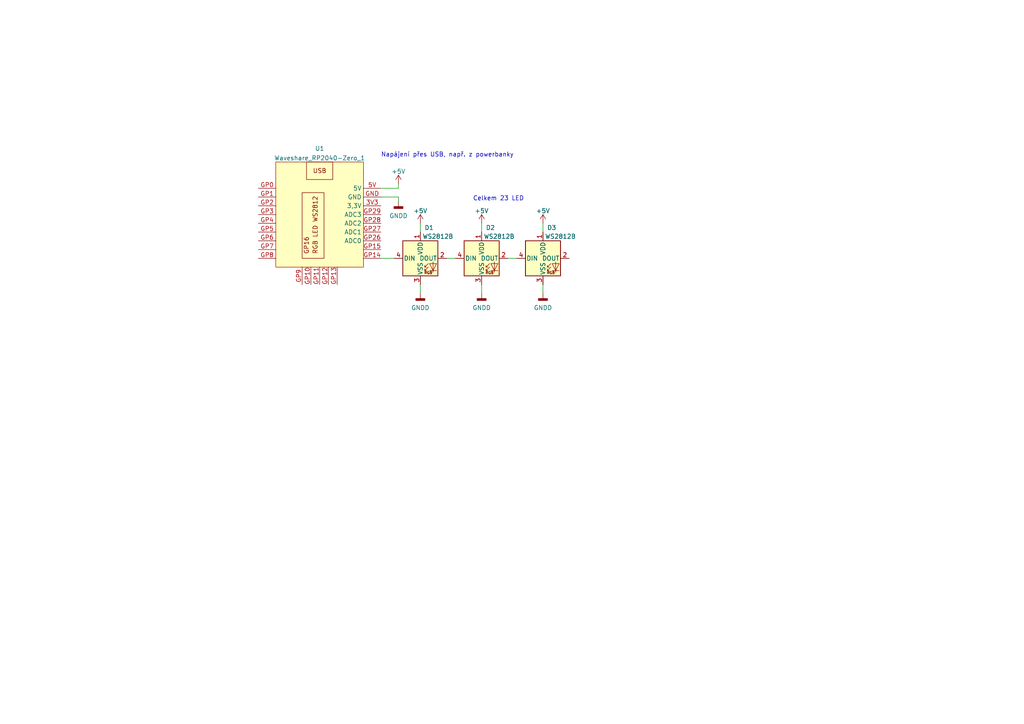
<source format=kicad_sch>
(kicad_sch (version 20211123) (generator eeschema)
  (paper "A4")
  (lib_symbols
    (symbol "LED:WS2812B" (pin_names (offset 0.254))
      (property "Reference" "D" (at 5.08 5.715 0))
      (property "Value" "WS2812B" (at 1.27 -5.715 0))
      (symbol "WS2812B_0_0"
        (text "RGB" (at 2.286 -4.191 0) (effects (font (size 0.762 0.762))))
      )
      (symbol "WS2812B_0_1"
        (polyline (pts (xy 1.27 -3.556) (xy 1.778 -3.556)))
        (polyline (pts (xy 1.27 -2.54) (xy 1.778 -2.54)))
        (polyline (pts (xy 4.699 -3.556) (xy 2.667 -3.556)))
        (polyline (pts (xy 2.286 -2.54) (xy 1.27 -3.556) (xy 1.27 -3.048)))
        (polyline (pts (xy 2.286 -1.524) (xy 1.27 -2.54) (xy 1.27 -2.032)))
        (polyline (pts (xy 3.683 -1.016) (xy 3.683 -3.556) (xy 3.683 -4.064)))
        (polyline (pts (xy 4.699 -1.524) (xy 2.667 -1.524) (xy 3.683 -3.556) (xy 4.699 -1.524)))
        (rectangle (start 5.08 5.08) (end -5.08 -5.08) (stroke (width 0.254)) (fill (type background)))
      )
      (symbol "WS2812B_1_1"
        (pin power_in line (at 0 7.62 270) (length 2.54) (name "VDD") (number "1"))
        (pin output line (at 7.62 0 180) (length 2.54) (name "DOUT") (number "2"))
        (pin power_in line (at 0 -7.62 90) (length 2.54) (name "VSS") (number "3"))
        (pin input line (at -7.62 0 0) (length 2.54) (name "DIN") (number "4"))
      )
    )
    (symbol "SPS_elit:Waveshare_RP2040-Zero_1"
      (property "Reference" "U" (at 0 8.89 0))
      (property "Value" "Waveshare_RP2040-Zero_1" (at 0 6.35 0))
      (symbol "Waveshare_RP2040-Zero_1_0_0"
        (rectangle (start -12.7 5.08) (end 12.7 -25.4) (stroke (width 0.1524)) (fill (type background)))
        (rectangle (start 5.08 -22.86) (end -1.27 -3.81) (stroke (width 0.1524)))
        (text "GP16" (at 3.81 -19.05 900) (effects (font (size 1.27 1.27))))
        (text "RGB LED WS2812" (at 1.27 -21.59 900) (effects (font (size 1.27 1.27)) (justify left)))
        (text "USB" (at 0 2.54 0) (effects (font (size 1.27 1.27))))
      )
      (symbol "Waveshare_RP2040-Zero_1_0_1"
        (rectangle (start -3.81 5.08) (end 3.81 0) (stroke (width 0.1524)))
      )
      (symbol "Waveshare_RP2040-Zero_1_1_1"
        (pin passive line (at -17.78 -7.62 0) (length 5.08) (name "3,3V") (number "3V3"))
        (pin passive line (at -17.78 -2.54 0) (length 5.08) (name "5V") (number "5V"))
        (pin passive line (at -17.78 -5.08 0) (length 5.08) (name "GND") (number "GND"))
        (pin passive line (at 17.78 -2.54 180) (length 5.08) (name "") (number "GP0"))
        (pin passive line (at 17.78 -5.08 180) (length 5.08) (name "") (number "GP1"))
        (pin passive line (at 2.54 -30.48 90) (length 5.08) (name "") (number "GP10"))
        (pin passive line (at 0 -30.48 90) (length 5.08) (name "") (number "GP11"))
        (pin passive line (at -2.54 -30.48 90) (length 5.08) (name "") (number "GP12"))
        (pin passive line (at -5.08 -30.48 90) (length 5.08) (name "") (number "GP13"))
        (pin passive line (at -17.78 -22.86 0) (length 5.08) (name "") (number "GP14"))
        (pin passive line (at -17.78 -20.32 0) (length 5.08) (name "") (number "GP15"))
        (pin passive line (at 17.78 -7.62 180) (length 5.08) (name "") (number "GP2"))
        (pin passive line (at -17.78 -17.78 0) (length 5.08) (name "ADC0") (number "GP26"))
        (pin passive line (at -17.78 -15.24 0) (length 5.08) (name "ADC1") (number "GP27"))
        (pin passive line (at -17.78 -12.7 0) (length 5.08) (name "ADC2") (number "GP28"))
        (pin passive line (at -17.78 -10.16 0) (length 5.08) (name "ADC3") (number "GP29"))
        (pin passive line (at 17.78 -10.16 180) (length 5.08) (name "") (number "GP3"))
        (pin passive line (at 17.78 -12.7 180) (length 5.08) (name "") (number "GP4"))
        (pin passive line (at 17.78 -15.24 180) (length 5.08) (name "") (number "GP5"))
        (pin passive line (at 17.78 -17.78 180) (length 5.08) (name "") (number "GP6"))
        (pin passive line (at 17.78 -20.32 180) (length 5.08) (name "") (number "GP7"))
        (pin passive line (at 17.78 -22.86 180) (length 5.08) (name "") (number "GP8"))
        (pin passive line (at 5.08 -30.48 90) (length 5.08) (name "") (number "GP9"))
      )
    )
    (symbol "power:+5V" (power) (pin_names (offset 0))
      (property "Value" "+5V" (at 0 3.556 0))
      (symbol "+5V_0_1"
        (polyline (pts (xy -0.762 1.27) (xy 0 2.54)))
        (polyline (pts (xy 0 0) (xy 0 2.54)))
        (polyline (pts (xy 0 2.54) (xy 0.762 1.27)))
      )
      (symbol "+5V_1_1"
        (pin power_in line (at 0 0 90) (length 0) hide (name "+5V") (number "1"))
      )
    )
    (symbol "power:GNDD" (power) (pin_names (offset 0))
      (property "Value" "GNDD" (at 0 -3.175 0))
      (symbol "GNDD_0_1"
        (rectangle (start -1.27 -1.524) (end 1.27 -2.032) (stroke (width 0.254)) (fill (type outline)))
        (polyline (pts (xy 0 0) (xy 0 -1.524)))
      )
      (symbol "GNDD_1_1"
        (pin power_in line (at 0 0 270) (length 0) hide (name "GNDD") (number "1"))
      )
    )
  )
  (wire (pts (xy 115.57 54.61) (xy 115.57 53.34)))
  (wire (pts (xy 157.48 82.55) (xy 157.48 85.09)))
  (wire (pts (xy 115.57 58.42) (xy 115.57 57.15)))
  (wire (pts (xy 110.49 57.15) (xy 115.57 57.15)))
  (wire (pts (xy 110.49 74.93) (xy 114.3 74.93)))
  (wire (pts (xy 121.92 64.77) (xy 121.92 67.31)))
  (wire (pts (xy 110.49 54.61) (xy 115.57 54.61)))
  (wire (pts (xy 157.48 64.77) (xy 157.48 67.31)))
  (wire (pts (xy 129.54 74.93) (xy 132.08 74.93)))
  (wire (pts (xy 121.92 82.55) (xy 121.92 85.09)))
  (wire (pts (xy 139.7 82.55) (xy 139.7 85.09)))
  (wire (pts (xy 147.32 74.93) (xy 149.86 74.93)))
  (wire (pts (xy 139.7 64.77) (xy 139.7 67.31)))
  (text "Napájení přes USB, např. z powerbanky" (at 110.49 45.72 0) (effects (font (size 1.27 1.27)) (justify left bottom)))
  (text "Celkem 23 LED" (at 137.16 58.42 0) (effects (font (size 1.27 1.27)) (justify left bottom)))
  (symbol (lib_id "power:+5V") (at 139.7 64.77 0) (unit 1)
    (property "Reference" "#PWR0101" (effects hide))
    (property "Value" "+5V" (at 139.7 61.1655 0))
  )
  (symbol (lib_id "power:+5V") (at 157.48 64.77 0) (unit 1)
    (property "Reference" "#PWR0102" (effects hide))
    (property "Value" "+5V" (at 157.48 61.1655 0))
  )
  (symbol (lib_id "LED:WS2812B") (at 157.48 74.93 0) (unit 1)
    (property "Reference" "D3" (at 160.02 66.04 0))
    (property "Value" "WS2812B" (at 162.56 68.58 0))
    (property "Footprint" "LED_SMD:LED_WS2812B_PLCC4_5.0x5.0mm_P3.2mm" (effects hide))
    (property "Datasheet" "https://cdn-shop.adafruit.com/datasheets/WS2812B.pdf" (effects hide))
  )
  (symbol (lib_id "power:GNDD") (at 157.48 85.09 0) (unit 1)
    (property "Reference" "#PWR0105" (effects hide))
    (property "Value" "GNDD" (at 157.48 89.2715 0))
  )
  (symbol (lib_id "power:GNDD") (at 121.92 85.09 0) (unit 1)
    (property "Reference" "#PWR0103" (effects hide))
    (property "Value" "GNDD" (at 121.92 89.2715 0))
  )
  (symbol (lib_id "power:GNDD") (at 139.7 85.09 0) (unit 1)
    (property "Reference" "#PWR0104" (effects hide))
    (property "Value" "GNDD" (at 139.7 89.2715 0))
  )
  (symbol (lib_id "power:+5V") (at 115.57 53.34 0) (unit 1)
    (property "Reference" "#PWR0107" (effects hide))
    (property "Value" "+5V" (at 115.57 49.7355 0))
  )
  (symbol (lib_id "SPS_elit:Waveshare_RP2040-Zero_1") (at 92.71 52.07 0) (mirror y) (unit 1)
    (property "Reference" "U1" (at 92.71 43.0743 0))
    (property "Value" "Waveshare_RP2040-Zero_1" (at 92.71 45.8494 0))
  )
  (symbol (lib_id "power:+5V") (at 121.92 64.77 0) (unit 1)
    (property "Reference" "#PWR0108" (effects hide))
    (property "Value" "+5V" (at 121.92 61.1655 0))
  )
  (symbol (lib_id "LED:WS2812B") (at 121.92 74.93 0) (unit 1)
    (property "Reference" "D1" (at 124.46 66.04 0))
    (property "Value" "WS2812B" (at 127 68.58 0))
    (property "Footprint" "LED_SMD:LED_WS2812B_PLCC4_5.0x5.0mm_P3.2mm" (effects hide))
    (property "Datasheet" "https://cdn-shop.adafruit.com/datasheets/WS2812B.pdf" (effects hide))
  )
  (symbol (lib_id "LED:WS2812B") (at 139.7 74.93 0) (unit 1)
    (property "Reference" "D2" (at 142.24 66.04 0))
    (property "Value" "WS2812B" (at 144.78 68.58 0))
    (property "Footprint" "LED_SMD:LED_WS2812B_PLCC4_5.0x5.0mm_P3.2mm" (effects hide))
    (property "Datasheet" "https://cdn-shop.adafruit.com/datasheets/WS2812B.pdf" (effects hide))
  )
  (symbol (lib_id "power:GNDD") (at 115.57 58.42 0) (unit 1)
    (property "Reference" "#PWR0106" (effects hide))
    (property "Value" "GNDD" (at 115.57 62.6015 0))
  )
)
</source>
